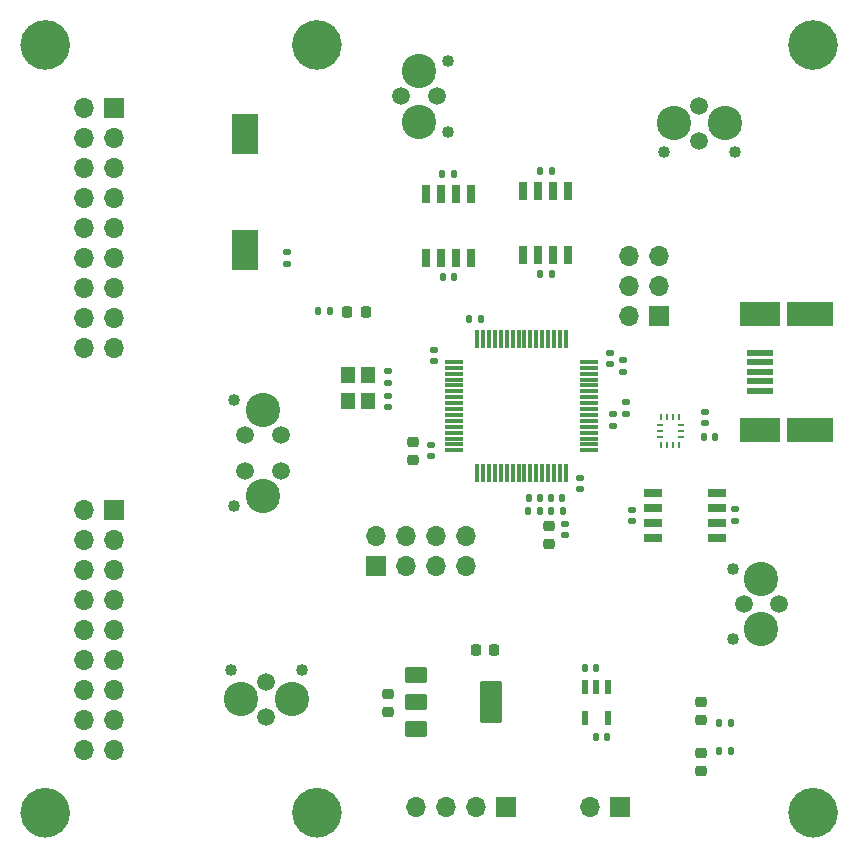
<source format=gbr>
%TF.GenerationSoftware,KiCad,Pcbnew,8.0.4*%
%TF.CreationDate,2024-08-28T23:49:55-07:00*%
%TF.ProjectId,Modubot,4d6f6475-626f-4742-9e6b-696361645f70,rev?*%
%TF.SameCoordinates,Original*%
%TF.FileFunction,Soldermask,Top*%
%TF.FilePolarity,Negative*%
%FSLAX46Y46*%
G04 Gerber Fmt 4.6, Leading zero omitted, Abs format (unit mm)*
G04 Created by KiCad (PCBNEW 8.0.4) date 2024-08-28 23:49:55*
%MOMM*%
%LPD*%
G01*
G04 APERTURE LIST*
G04 Aperture macros list*
%AMRoundRect*
0 Rectangle with rounded corners*
0 $1 Rounding radius*
0 $2 $3 $4 $5 $6 $7 $8 $9 X,Y pos of 4 corners*
0 Add a 4 corners polygon primitive as box body*
4,1,4,$2,$3,$4,$5,$6,$7,$8,$9,$2,$3,0*
0 Add four circle primitives for the rounded corners*
1,1,$1+$1,$2,$3*
1,1,$1+$1,$4,$5*
1,1,$1+$1,$6,$7*
1,1,$1+$1,$8,$9*
0 Add four rect primitives between the rounded corners*
20,1,$1+$1,$2,$3,$4,$5,0*
20,1,$1+$1,$4,$5,$6,$7,0*
20,1,$1+$1,$6,$7,$8,$9,0*
20,1,$1+$1,$8,$9,$2,$3,0*%
G04 Aperture macros list end*
%ADD10C,2.100000*%
%ADD11RoundRect,0.218750X-0.218750X-0.256250X0.218750X-0.256250X0.218750X0.256250X-0.218750X0.256250X0*%
%ADD12C,2.200000*%
%ADD13RoundRect,0.140000X0.170000X-0.140000X0.170000X0.140000X-0.170000X0.140000X-0.170000X-0.140000X0*%
%ADD14RoundRect,0.225000X0.250000X-0.225000X0.250000X0.225000X-0.250000X0.225000X-0.250000X-0.225000X0*%
%ADD15RoundRect,0.135000X-0.135000X-0.185000X0.135000X-0.185000X0.135000X0.185000X-0.135000X0.185000X0*%
%ADD16RoundRect,0.135000X-0.185000X0.135000X-0.185000X-0.135000X0.185000X-0.135000X0.185000X0.135000X0*%
%ADD17RoundRect,0.102000X-0.800000X-0.600000X0.800000X-0.600000X0.800000X0.600000X-0.800000X0.600000X0*%
%ADD18RoundRect,0.102000X-0.800000X-1.650000X0.800000X-1.650000X0.800000X1.650000X-0.800000X1.650000X0*%
%ADD19RoundRect,0.140000X-0.140000X-0.170000X0.140000X-0.170000X0.140000X0.170000X-0.140000X0.170000X0*%
%ADD20C,1.020000*%
%ADD21C,1.520000*%
%ADD22C,2.909999*%
%ADD23R,1.700000X1.700000*%
%ADD24O,1.700000X1.700000*%
%ADD25RoundRect,0.135000X0.185000X-0.135000X0.185000X0.135000X-0.185000X0.135000X-0.185000X-0.135000X0*%
%ADD26R,1.200000X1.400000*%
%ADD27RoundRect,0.140000X0.140000X0.170000X-0.140000X0.170000X-0.140000X-0.170000X0.140000X-0.170000X0*%
%ADD28RoundRect,0.075000X-0.700000X-0.075000X0.700000X-0.075000X0.700000X0.075000X-0.700000X0.075000X0*%
%ADD29RoundRect,0.075000X-0.075000X-0.700000X0.075000X-0.700000X0.075000X0.700000X-0.075000X0.700000X0*%
%ADD30R,0.650000X1.500000*%
%ADD31R,0.250000X0.475000*%
%ADD32R,0.475000X0.250000*%
%ADD33RoundRect,0.140000X-0.170000X0.140000X-0.170000X-0.140000X0.170000X-0.140000X0.170000X0.140000X0*%
%ADD34R,1.500000X0.650000*%
%ADD35RoundRect,0.135000X0.135000X0.185000X-0.135000X0.185000X-0.135000X-0.185000X0.135000X-0.185000X0*%
%ADD36RoundRect,0.225000X0.225000X0.250000X-0.225000X0.250000X-0.225000X-0.250000X0.225000X-0.250000X0*%
%ADD37RoundRect,0.218750X0.256250X-0.218750X0.256250X0.218750X-0.256250X0.218750X-0.256250X-0.218750X0*%
%ADD38RoundRect,0.218750X-0.256250X0.218750X-0.256250X-0.218750X0.256250X-0.218750X0.256250X0.218750X0*%
%ADD39R,0.600000X1.150000*%
%ADD40R,2.250000X0.500000*%
%ADD41R,3.500000X2.050000*%
%ADD42R,4.000000X2.050000*%
%ADD43R,2.160000X3.350000*%
G04 APERTURE END LIST*
D10*
X114410200Y-73914000D02*
G75*
G02*
X112310200Y-73914000I-1050000J0D01*
G01*
X112310200Y-73914000D02*
G75*
G02*
X114410200Y-73914000I1050000J0D01*
G01*
X137410000Y-138920000D02*
G75*
G02*
X135310000Y-138920000I-1050000J0D01*
G01*
X135310000Y-138920000D02*
G75*
G02*
X137410000Y-138920000I1050000J0D01*
G01*
X137410200Y-73914000D02*
G75*
G02*
X135310200Y-73914000I-1050000J0D01*
G01*
X135310200Y-73914000D02*
G75*
G02*
X137410200Y-73914000I1050000J0D01*
G01*
X179420000Y-138920000D02*
G75*
G02*
X177320000Y-138920000I-1050000J0D01*
G01*
X177320000Y-138920000D02*
G75*
G02*
X179420000Y-138920000I1050000J0D01*
G01*
X114410000Y-138920000D02*
G75*
G02*
X112310000Y-138920000I-1050000J0D01*
G01*
X112310000Y-138920000D02*
G75*
G02*
X114410000Y-138920000I1050000J0D01*
G01*
X179410000Y-73920000D02*
G75*
G02*
X177310000Y-73920000I-1050000J0D01*
G01*
X177310000Y-73920000D02*
G75*
G02*
X179410000Y-73920000I1050000J0D01*
G01*
D11*
%TO.C,D3*%
X138912500Y-96520000D03*
X140487500Y-96520000D03*
%TD*%
D12*
%TO.C,H3*%
X113360200Y-73914000D03*
%TD*%
D13*
%TO.C,C16*%
X142360000Y-104600000D03*
X142360000Y-103640000D03*
%TD*%
%TO.C,C6*%
X146260000Y-100700000D03*
X146260000Y-99740000D03*
%TD*%
D14*
%TO.C,C13*%
X142365000Y-130415000D03*
X142365000Y-128865000D03*
%TD*%
D15*
%TO.C,R4*%
X170400000Y-131339500D03*
X171420000Y-131339500D03*
%TD*%
D16*
%TO.C,R8*%
X171750000Y-113240000D03*
X171750000Y-114260000D03*
%TD*%
D17*
%TO.C,LDO2*%
X144730000Y-127240000D03*
X144730000Y-129540000D03*
X144730000Y-131840000D03*
D18*
X151130000Y-129540000D03*
%TD*%
D19*
%TO.C,C11*%
X159065648Y-126670000D03*
X160025648Y-126670000D03*
%TD*%
D20*
%TO.C,J7*%
X171750000Y-83000000D03*
X165750012Y-83000000D03*
D21*
X168750011Y-79060000D03*
X168750011Y-82059999D03*
D22*
X166600013Y-80560000D03*
X170900009Y-80560000D03*
%TD*%
D23*
%TO.C,J8*%
X152400000Y-138430000D03*
D24*
X149860000Y-138430000D03*
X147320000Y-138430000D03*
X144780000Y-138430000D03*
%TD*%
D19*
%TO.C,C8*%
X156212600Y-113360200D03*
X157172600Y-113360200D03*
%TD*%
D25*
%TO.C,R1*%
X162490000Y-105160000D03*
X162490000Y-104140000D03*
%TD*%
D26*
%TO.C,Y2*%
X139010000Y-101820000D03*
X139010000Y-104020000D03*
X140710000Y-104020000D03*
X140710000Y-101820000D03*
%TD*%
D20*
%TO.C,J10*%
X129080011Y-126870000D03*
X135079999Y-126870000D03*
D21*
X132080000Y-130810000D03*
X132080000Y-127810001D03*
D22*
X134229998Y-129310000D03*
X129930002Y-129310000D03*
%TD*%
D15*
%TO.C,R11*%
X155240000Y-84600000D03*
X156260000Y-84600000D03*
%TD*%
D23*
%TO.C,J3*%
X165300000Y-96900000D03*
D24*
X162760000Y-96900000D03*
X165300000Y-94360000D03*
X162760000Y-94360000D03*
X165300000Y-91820000D03*
X162760000Y-91820000D03*
%TD*%
D20*
%TO.C,J5*%
X147440001Y-75250011D03*
X147440001Y-81249999D03*
D21*
X143500001Y-78250000D03*
X146500000Y-78250000D03*
D22*
X145000001Y-80399998D03*
X145000001Y-76100002D03*
%TD*%
D27*
%TO.C,C12*%
X160950000Y-132520000D03*
X159990000Y-132520000D03*
%TD*%
D28*
%TO.C,U1*%
X148010000Y-100740000D03*
X148010000Y-101240000D03*
X148010000Y-101740000D03*
X148010000Y-102240000D03*
X148010000Y-102740000D03*
X148010000Y-103240000D03*
X148010000Y-103740000D03*
X148010000Y-104240000D03*
X148010000Y-104740000D03*
X148010000Y-105240000D03*
X148010000Y-105740000D03*
X148010000Y-106240000D03*
X148010000Y-106740000D03*
X148010000Y-107240000D03*
X148010000Y-107740000D03*
X148010000Y-108240000D03*
D29*
X149935000Y-110165000D03*
X150435000Y-110165000D03*
X150935000Y-110165000D03*
X151435000Y-110165000D03*
X151935000Y-110165000D03*
X152435000Y-110165000D03*
X152935000Y-110165000D03*
X153435000Y-110165000D03*
X153935000Y-110165000D03*
X154435000Y-110165000D03*
X154935000Y-110165000D03*
X155435000Y-110165000D03*
X155935000Y-110165000D03*
X156435000Y-110165000D03*
X156935000Y-110165000D03*
X157435000Y-110165000D03*
D28*
X159360000Y-108240000D03*
X159360000Y-107740000D03*
X159360000Y-107240000D03*
X159360000Y-106740000D03*
X159360000Y-106240000D03*
X159360000Y-105740000D03*
X159360000Y-105240000D03*
X159360000Y-104740000D03*
X159360000Y-104240000D03*
X159360000Y-103740000D03*
X159360000Y-103240000D03*
X159360000Y-102740000D03*
X159360000Y-102240000D03*
X159360000Y-101740000D03*
X159360000Y-101240000D03*
X159360000Y-100740000D03*
D29*
X157435000Y-98815000D03*
X156935000Y-98815000D03*
X156435000Y-98815000D03*
X155935000Y-98815000D03*
X155435000Y-98815000D03*
X154935000Y-98815000D03*
X154435000Y-98815000D03*
X153935000Y-98815000D03*
X153435000Y-98815000D03*
X152935000Y-98815000D03*
X152435000Y-98815000D03*
X151935000Y-98815000D03*
X151435000Y-98815000D03*
X150935000Y-98815000D03*
X150435000Y-98815000D03*
X149935000Y-98815000D03*
%TD*%
D13*
%TO.C,C4*%
X146060000Y-108720000D03*
X146060000Y-107760000D03*
%TD*%
%TO.C,C9*%
X157378400Y-115415000D03*
X157378400Y-114455000D03*
%TD*%
D30*
%TO.C,CAN1*%
X145595000Y-91950000D03*
X146865000Y-91950000D03*
X148135000Y-91950000D03*
X149405000Y-91950000D03*
X149405000Y-86550000D03*
X148135000Y-86550000D03*
X146865000Y-86550000D03*
X145595000Y-86550000D03*
%TD*%
D31*
%TO.C,IMU1*%
X165530000Y-107766000D03*
X166030000Y-107766000D03*
X166530000Y-107766000D03*
X167030000Y-107766000D03*
D32*
X167192000Y-107103000D03*
X167192000Y-106603000D03*
X167192000Y-106103000D03*
D31*
X167030000Y-105440000D03*
X166530000Y-105440000D03*
X166030000Y-105440000D03*
X165530000Y-105440000D03*
D32*
X165368000Y-106103000D03*
X165368000Y-106603000D03*
X165368000Y-107103000D03*
%TD*%
D12*
%TO.C,H2*%
X178360000Y-73920000D03*
%TD*%
D33*
%TO.C,C23*%
X169180000Y-104970000D03*
X169180000Y-105930000D03*
%TD*%
D19*
%TO.C,C19*%
X155270000Y-93300000D03*
X156230000Y-93300000D03*
%TD*%
D34*
%TO.C,CAN2*%
X164800000Y-111845000D03*
X164800000Y-113115000D03*
X164800000Y-114385000D03*
X164800000Y-115655000D03*
X170200000Y-115655000D03*
X170200000Y-114385000D03*
X170200000Y-113115000D03*
X170200000Y-111845000D03*
%TD*%
D19*
%TO.C,C24*%
X169140000Y-107080000D03*
X170100000Y-107080000D03*
%TD*%
D20*
%TO.C,J2*%
X129370000Y-112959984D03*
X129370000Y-103960002D03*
D21*
X133310000Y-106960001D03*
X133310000Y-109960000D03*
X130310001Y-106960001D03*
X130310001Y-109960000D03*
D22*
X131810000Y-104810003D03*
X131810000Y-112109998D03*
%TD*%
D35*
%TO.C,R14*%
X137466800Y-96418400D03*
X136446800Y-96418400D03*
%TD*%
D12*
%TO.C,H1*%
X178370000Y-138920000D03*
%TD*%
D36*
%TO.C,C14*%
X151340000Y-125140000D03*
X149790000Y-125140000D03*
%TD*%
D27*
%TO.C,C25*%
X155242200Y-112268000D03*
X154282200Y-112268000D03*
%TD*%
D13*
%TO.C,C15*%
X142360000Y-102500000D03*
X142360000Y-101540000D03*
%TD*%
D33*
%TO.C,C3*%
X161137600Y-100002400D03*
X161137600Y-100962400D03*
%TD*%
D27*
%TO.C,C26*%
X155216800Y-113360200D03*
X154256800Y-113360200D03*
%TD*%
D25*
%TO.C,R15*%
X161450000Y-106150000D03*
X161450000Y-105130000D03*
%TD*%
D15*
%TO.C,R3*%
X170390000Y-133720000D03*
X171410000Y-133720000D03*
%TD*%
D37*
%TO.C,D2*%
X168910000Y-131089500D03*
X168910000Y-129514500D03*
%TD*%
D33*
%TO.C,C10*%
X133858000Y-91468000D03*
X133858000Y-92428000D03*
%TD*%
D15*
%TO.C,R5*%
X146990000Y-84850000D03*
X148010000Y-84850000D03*
%TD*%
D38*
%TO.C,D1*%
X168910000Y-133832500D03*
X168910000Y-135407500D03*
%TD*%
D19*
%TO.C,C17*%
X147020000Y-93550000D03*
X147980000Y-93550000D03*
%TD*%
D37*
%TO.C,FB1*%
X155981400Y-116179700D03*
X155981400Y-114604700D03*
%TD*%
D33*
%TO.C,C5*%
X158660000Y-110560000D03*
X158660000Y-111520000D03*
%TD*%
D12*
%TO.C,H4*%
X136360000Y-138920000D03*
%TD*%
D23*
%TO.C,J12*%
X162052000Y-138405000D03*
D24*
X159512000Y-138405000D03*
%TD*%
D39*
%TO.C,LDO1*%
X160970000Y-128270000D03*
X160020000Y-128270000D03*
X159070000Y-128270000D03*
X159070000Y-130870000D03*
X160970000Y-130870000D03*
%TD*%
D33*
%TO.C,C18*%
X163029998Y-113270000D03*
X163029998Y-114230000D03*
%TD*%
D19*
%TO.C,C7*%
X156187200Y-112268000D03*
X157147200Y-112268000D03*
%TD*%
D16*
%TO.C,R2*%
X162306000Y-100582000D03*
X162306000Y-101602000D03*
%TD*%
D23*
%TO.C,J4*%
X141325600Y-118059200D03*
D24*
X141325600Y-115519200D03*
X143865600Y-118059200D03*
X143865600Y-115519200D03*
X146405600Y-118059200D03*
X146405600Y-115519200D03*
X148945600Y-118059200D03*
X148945600Y-115519200D03*
%TD*%
D40*
%TO.C,J1*%
X173913800Y-99990000D03*
X173913800Y-100790000D03*
X173913800Y-101590000D03*
X173913800Y-102390000D03*
X173913800Y-103190000D03*
D41*
X173888800Y-96665000D03*
X173888800Y-106515000D03*
D42*
X178138800Y-96665000D03*
X178138800Y-106515000D03*
%TD*%
D12*
%TO.C,H3*%
X136360200Y-73914000D03*
%TD*%
D30*
%TO.C,CAN3*%
X153845000Y-91700000D03*
X155115000Y-91700000D03*
X156385000Y-91700000D03*
X157655000Y-91700000D03*
X157655000Y-86300000D03*
X156385000Y-86300000D03*
X155115000Y-86300000D03*
X153845000Y-86300000D03*
%TD*%
D14*
%TO.C,C1*%
X144526000Y-109095000D03*
X144526000Y-107545000D03*
%TD*%
D19*
%TO.C,C2*%
X149270000Y-97120000D03*
X150230000Y-97120000D03*
%TD*%
D12*
%TO.C,H4*%
X113360000Y-138920000D03*
%TD*%
D43*
%TO.C,SW3*%
X130302000Y-81435000D03*
X130302000Y-91285000D03*
%TD*%
D23*
%TO.C,J11*%
X119210000Y-113320000D03*
D24*
X116670000Y-113320000D03*
X119210000Y-115860000D03*
X116670000Y-115860000D03*
X119210000Y-118400000D03*
X116670000Y-118400000D03*
X119210000Y-120940000D03*
X116670000Y-120940000D03*
X119210000Y-123480000D03*
X116670000Y-123480000D03*
X119210000Y-126020000D03*
X116670000Y-126020000D03*
X119210000Y-128560000D03*
X116670000Y-128560000D03*
X119210000Y-131100000D03*
X116670000Y-131100000D03*
X119210000Y-133640000D03*
X116670000Y-133640000D03*
%TD*%
D20*
%TO.C,J6*%
X171560000Y-118250011D03*
X171560000Y-124249999D03*
D21*
X175500000Y-121250000D03*
X172500001Y-121250000D03*
D22*
X174000000Y-123399998D03*
X174000000Y-119100002D03*
%TD*%
D23*
%TO.C,J9*%
X119210000Y-79220000D03*
D24*
X116670000Y-79220000D03*
X119210000Y-81760000D03*
X116670000Y-81760000D03*
X119210000Y-84300000D03*
X116670000Y-84300000D03*
X119210000Y-86840000D03*
X116670000Y-86840000D03*
X119210000Y-89380000D03*
X116670000Y-89380000D03*
X119210000Y-91920000D03*
X116670000Y-91920000D03*
X119210000Y-94460000D03*
X116670000Y-94460000D03*
X119210000Y-97000000D03*
X116670000Y-97000000D03*
X119210000Y-99540000D03*
X116670000Y-99540000D03*
%TD*%
M02*

</source>
